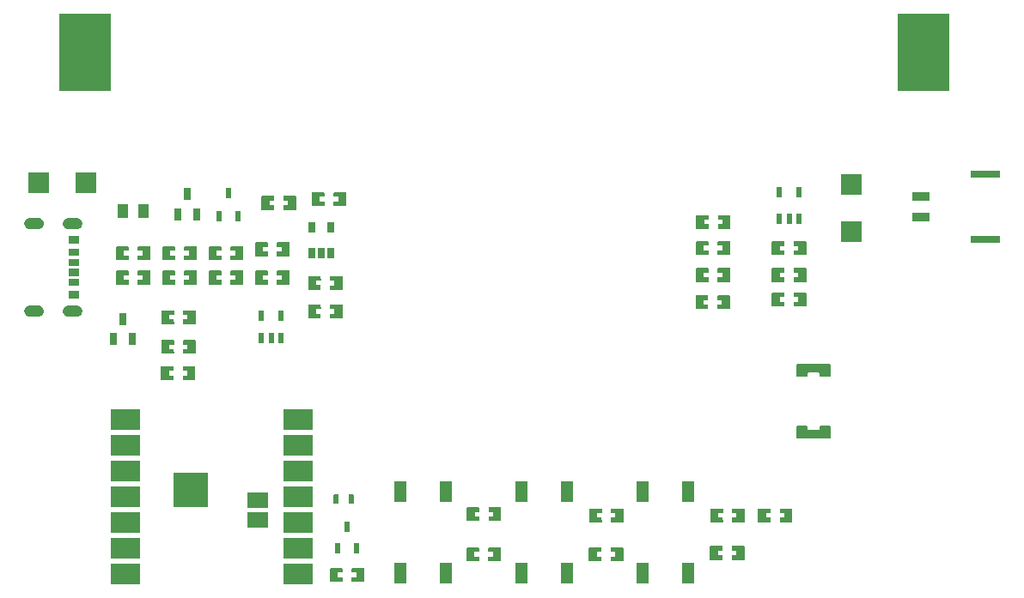
<source format=gtp>
G04 Layer: TopPasteMaskLayer*
G04 EasyEDA v6.5.47, 2024-10-14 09:34:27*
G04 ce67ab0569d04c388b7640da7ad94f30,699dadb93aee4be8b9b8ad6142c81684,10*
G04 Gerber Generator version 0.2*
G04 Scale: 100 percent, Rotated: No, Reflected: No *
G04 Dimensions in millimeters *
G04 leading zeros omitted , absolute positions ,4 integer and 5 decimal *
%FSLAX45Y45*%
%MOMM*%

%ADD10R,2.0000X2.0000*%
%ADD11R,3.0000X2.0000*%
%ADD12R,3.4999X3.4999*%
%ADD13R,2.0320X1.5240*%
%ADD14R,1.2000X2.0000*%
%ADD15R,1.7000X0.9000*%
%ADD16R,3.0000X0.8000*%
%ADD17R,5.0800X7.6200*%
%ADD18R,1.0000X1.3995*%
%ADD19R,0.7000X1.2500*%
%ADD20R,0.5320X1.0450*%
%ADD21R,0.7000X1.1000*%
%ADD22R,0.6000X1.0000*%
%ADD23R,0.6000X1.0700*%
%ADD24R,0.0173X1.0700*%

%LPD*%
G36*
X8054390Y2509418D02*
G01*
X8049412Y2504389D01*
X8049412Y2376424D01*
X8054390Y2371394D01*
X8169402Y2371394D01*
X8174380Y2376424D01*
X8173923Y2418384D01*
X8129879Y2418384D01*
X8129879Y2463393D01*
X8174888Y2463393D01*
X8174380Y2504389D01*
X8169402Y2509418D01*
G37*
G36*
X8269376Y2509418D02*
G01*
X8264398Y2504389D01*
X8264906Y2463393D01*
X8308898Y2463393D01*
X8308898Y2418384D01*
X8264398Y2418384D01*
X8264398Y2376424D01*
X8269376Y2371394D01*
X8384387Y2371394D01*
X8389416Y2376424D01*
X8389416Y2504389D01*
X8384387Y2509418D01*
G37*
G36*
X5184190Y2522118D02*
G01*
X5179212Y2517089D01*
X5179212Y2389124D01*
X5184190Y2384094D01*
X5299202Y2384094D01*
X5304180Y2389124D01*
X5303723Y2431084D01*
X5259679Y2431084D01*
X5259679Y2476093D01*
X5304688Y2476093D01*
X5304180Y2517089D01*
X5299202Y2522118D01*
G37*
G36*
X5399176Y2522118D02*
G01*
X5394198Y2517089D01*
X5394706Y2476093D01*
X5438698Y2476093D01*
X5438698Y2431084D01*
X5394198Y2431084D01*
X5394198Y2389124D01*
X5399176Y2384094D01*
X5514187Y2384094D01*
X5519216Y2389124D01*
X5519216Y2517089D01*
X5514187Y2522118D01*
G37*
G36*
X6390690Y2509418D02*
G01*
X6385712Y2504389D01*
X6385712Y2376424D01*
X6390690Y2371394D01*
X6505702Y2371394D01*
X6510680Y2376424D01*
X6510223Y2418384D01*
X6466179Y2418384D01*
X6466179Y2463393D01*
X6511188Y2463393D01*
X6510680Y2504389D01*
X6505702Y2509418D01*
G37*
G36*
X6605676Y2509418D02*
G01*
X6600698Y2504389D01*
X6601206Y2463393D01*
X6645198Y2463393D01*
X6645198Y2418384D01*
X6600698Y2418384D01*
X6600698Y2376424D01*
X6605676Y2371394D01*
X6720687Y2371394D01*
X6725716Y2376424D01*
X6725716Y2504389D01*
X6720687Y2509418D01*
G37*
G36*
X7584490Y2509418D02*
G01*
X7579512Y2504389D01*
X7579512Y2376424D01*
X7584490Y2371394D01*
X7699502Y2371394D01*
X7704480Y2376424D01*
X7704023Y2418384D01*
X7659979Y2418384D01*
X7659979Y2463393D01*
X7704988Y2463393D01*
X7704480Y2504389D01*
X7699502Y2509418D01*
G37*
G36*
X7799476Y2509418D02*
G01*
X7794498Y2504389D01*
X7795006Y2463393D01*
X7838998Y2463393D01*
X7838998Y2418384D01*
X7794498Y2418384D01*
X7794498Y2376424D01*
X7799476Y2371394D01*
X7914487Y2371394D01*
X7919516Y2376424D01*
X7919516Y2504389D01*
X7914487Y2509418D01*
G37*
G36*
X5396687Y2126386D02*
G01*
X5391708Y2121408D01*
X5392216Y2079396D01*
X5436209Y2079396D01*
X5436209Y2034387D01*
X5391200Y2034387D01*
X5391708Y1993392D01*
X5396687Y1988413D01*
X5511698Y1988413D01*
X5516727Y1993392D01*
X5516727Y2121408D01*
X5511698Y2126386D01*
G37*
G36*
X5181701Y2126386D02*
G01*
X5176723Y2121408D01*
X5176723Y1993392D01*
X5181701Y1988413D01*
X5296712Y1988413D01*
X5301691Y1993392D01*
X5301183Y2034387D01*
X5257190Y2034387D01*
X5257190Y2079396D01*
X5301691Y2079396D01*
X5301691Y2121408D01*
X5296712Y2126386D01*
G37*
G36*
X6603187Y2126386D02*
G01*
X6598208Y2121408D01*
X6598716Y2079396D01*
X6642709Y2079396D01*
X6642709Y2034387D01*
X6597700Y2034387D01*
X6598208Y1993392D01*
X6603187Y1988413D01*
X6718198Y1988413D01*
X6723227Y1993392D01*
X6723227Y2121408D01*
X6718198Y2126386D01*
G37*
G36*
X6388201Y2126386D02*
G01*
X6383223Y2121408D01*
X6383223Y1993392D01*
X6388201Y1988413D01*
X6503212Y1988413D01*
X6508191Y1993392D01*
X6507683Y2034387D01*
X6463690Y2034387D01*
X6463690Y2079396D01*
X6508191Y2079396D01*
X6508191Y2121408D01*
X6503212Y2126386D01*
G37*
G36*
X7796987Y2139086D02*
G01*
X7792008Y2134108D01*
X7792516Y2092096D01*
X7836509Y2092096D01*
X7836509Y2047087D01*
X7791500Y2047087D01*
X7792008Y2006092D01*
X7796987Y2001113D01*
X7911998Y2001113D01*
X7917027Y2006092D01*
X7917027Y2134108D01*
X7911998Y2139086D01*
G37*
G36*
X7582001Y2139086D02*
G01*
X7577023Y2134108D01*
X7577023Y2006092D01*
X7582001Y2001113D01*
X7697012Y2001113D01*
X7701991Y2006092D01*
X7701483Y2047087D01*
X7657490Y2047087D01*
X7657490Y2092096D01*
X7701991Y2092096D01*
X7701991Y2134108D01*
X7697012Y2139086D01*
G37*
G36*
X3657193Y5631586D02*
G01*
X3652215Y5626608D01*
X3652215Y5498592D01*
X3657193Y5493613D01*
X3772204Y5493613D01*
X3777183Y5498592D01*
X3776726Y5540603D01*
X3732682Y5540603D01*
X3732682Y5585612D01*
X3777691Y5585612D01*
X3777183Y5626608D01*
X3772204Y5631586D01*
G37*
G36*
X3873195Y5631586D02*
G01*
X3868216Y5626608D01*
X3868674Y5584596D01*
X3912717Y5584596D01*
X3912717Y5539587D01*
X3867708Y5539587D01*
X3868216Y5498592D01*
X3873195Y5493613D01*
X3988206Y5493613D01*
X3993184Y5498592D01*
X3993184Y5626608D01*
X3988206Y5631586D01*
G37*
G36*
X3621836Y4804308D02*
G01*
X3616807Y4799279D01*
X3616807Y4671263D01*
X3621836Y4666284D01*
X3736848Y4666284D01*
X3741826Y4671263D01*
X3741318Y4713274D01*
X3697325Y4713274D01*
X3697325Y4758283D01*
X3742334Y4758283D01*
X3741826Y4799279D01*
X3736848Y4804308D01*
G37*
G36*
X3837838Y4804308D02*
G01*
X3832809Y4799279D01*
X3833317Y4757267D01*
X3877310Y4757267D01*
X3877310Y4712309D01*
X3832301Y4712309D01*
X3832809Y4671314D01*
X3837838Y4666284D01*
X3952798Y4666284D01*
X3957828Y4671314D01*
X3957828Y4799279D01*
X3952798Y4804308D01*
G37*
G36*
X1727301Y5098186D02*
G01*
X1722272Y5093208D01*
X1722272Y4965192D01*
X1727301Y4960213D01*
X1842312Y4960213D01*
X1847291Y4965192D01*
X1846783Y5007203D01*
X1802790Y5007203D01*
X1802790Y5052212D01*
X1847799Y5052212D01*
X1847291Y5093208D01*
X1842312Y5098186D01*
G37*
G36*
X1942287Y5098186D02*
G01*
X1937308Y5093208D01*
X1937816Y5052212D01*
X1981809Y5052212D01*
X1981809Y5007203D01*
X1937308Y5007203D01*
X1937308Y4965192D01*
X1942287Y4960213D01*
X2057298Y4960213D01*
X2062276Y4965192D01*
X2062276Y5093208D01*
X2057298Y5098186D01*
G37*
G36*
X1727301Y4856886D02*
G01*
X1722272Y4851908D01*
X1722272Y4723892D01*
X1727301Y4718913D01*
X1842312Y4718913D01*
X1847291Y4723892D01*
X1846783Y4765903D01*
X1802790Y4765903D01*
X1802790Y4810912D01*
X1847799Y4810912D01*
X1847291Y4851908D01*
X1842312Y4856886D01*
G37*
G36*
X1942287Y4856886D02*
G01*
X1937308Y4851908D01*
X1937816Y4810912D01*
X1981809Y4810912D01*
X1981809Y4765903D01*
X1937308Y4765903D01*
X1937308Y4723892D01*
X1942287Y4718913D01*
X2057298Y4718913D01*
X2062276Y4723892D01*
X2062276Y4851908D01*
X2057298Y4856886D01*
G37*
G36*
X2641701Y5098186D02*
G01*
X2636672Y5093208D01*
X2636672Y4965192D01*
X2641701Y4960213D01*
X2756712Y4960213D01*
X2761691Y4965192D01*
X2761183Y5007203D01*
X2717190Y5007203D01*
X2717190Y5052212D01*
X2762199Y5052212D01*
X2761691Y5093208D01*
X2756712Y5098186D01*
G37*
G36*
X2856687Y5098186D02*
G01*
X2851708Y5093208D01*
X2852216Y5052212D01*
X2896209Y5052212D01*
X2896209Y5007203D01*
X2851708Y5007203D01*
X2851708Y4965192D01*
X2856687Y4960213D01*
X2971698Y4960213D01*
X2976676Y4965192D01*
X2976676Y5093208D01*
X2971698Y5098186D01*
G37*
G36*
X2641701Y4856886D02*
G01*
X2636672Y4851908D01*
X2636672Y4723892D01*
X2641701Y4718913D01*
X2756712Y4718913D01*
X2761691Y4723892D01*
X2761183Y4765903D01*
X2717190Y4765903D01*
X2717190Y4810912D01*
X2762199Y4810912D01*
X2761691Y4851908D01*
X2756712Y4856886D01*
G37*
G36*
X2856687Y4856886D02*
G01*
X2851708Y4851908D01*
X2852216Y4810912D01*
X2896209Y4810912D01*
X2896209Y4765903D01*
X2851708Y4765903D01*
X2851708Y4723892D01*
X2856687Y4718913D01*
X2971698Y4718913D01*
X2976676Y4723892D01*
X2976676Y4851908D01*
X2971698Y4856886D01*
G37*
G36*
X2184501Y4856886D02*
G01*
X2179472Y4851908D01*
X2179472Y4723892D01*
X2184501Y4718913D01*
X2299512Y4718913D01*
X2304491Y4723892D01*
X2303983Y4765903D01*
X2259990Y4765903D01*
X2259990Y4810912D01*
X2304999Y4810912D01*
X2304491Y4851908D01*
X2299512Y4856886D01*
G37*
G36*
X2399487Y4856886D02*
G01*
X2394508Y4851908D01*
X2395016Y4810912D01*
X2439009Y4810912D01*
X2439009Y4765903D01*
X2394508Y4765903D01*
X2394508Y4723892D01*
X2399487Y4718913D01*
X2514498Y4718913D01*
X2519476Y4723892D01*
X2519476Y4851908D01*
X2514498Y4856886D01*
G37*
G36*
X2184501Y5098186D02*
G01*
X2179472Y5093208D01*
X2179472Y4965192D01*
X2184501Y4960213D01*
X2299512Y4960213D01*
X2304491Y4965192D01*
X2303983Y5007203D01*
X2259990Y5007203D01*
X2259990Y5052212D01*
X2304999Y5052212D01*
X2304491Y5093208D01*
X2299512Y5098186D01*
G37*
G36*
X2399487Y5098186D02*
G01*
X2394508Y5093208D01*
X2395016Y5052212D01*
X2439009Y5052212D01*
X2439009Y5007203D01*
X2394508Y5007203D01*
X2394508Y4965192D01*
X2399487Y4960213D01*
X2514498Y4960213D01*
X2519476Y4965192D01*
X2519476Y5093208D01*
X2514498Y5098186D01*
G37*
G36*
X3835501Y1923186D02*
G01*
X3830472Y1918207D01*
X3830472Y1790192D01*
X3835501Y1785213D01*
X3950512Y1785213D01*
X3955491Y1790192D01*
X3954983Y1832203D01*
X3910990Y1832203D01*
X3910990Y1877212D01*
X3955999Y1877212D01*
X3955491Y1918207D01*
X3950512Y1923186D01*
G37*
G36*
X4050487Y1923186D02*
G01*
X4045508Y1918207D01*
X4046016Y1877212D01*
X4090009Y1877212D01*
X4090009Y1832203D01*
X4045508Y1832203D01*
X4045508Y1790192D01*
X4050487Y1785213D01*
X4165498Y1785213D01*
X4170476Y1790192D01*
X4170476Y1918207D01*
X4165498Y1923186D01*
G37*
G36*
X8406587Y5147716D02*
G01*
X8401608Y5142738D01*
X8402116Y5100726D01*
X8446109Y5100726D01*
X8446109Y5055717D01*
X8401100Y5055717D01*
X8401608Y5014722D01*
X8406587Y5009743D01*
X8521598Y5009743D01*
X8526627Y5014722D01*
X8526627Y5142738D01*
X8521598Y5147716D01*
G37*
G36*
X8191601Y5147716D02*
G01*
X8186623Y5142738D01*
X8186623Y5014722D01*
X8191601Y5009743D01*
X8306612Y5009743D01*
X8311591Y5014722D01*
X8311083Y5055717D01*
X8267090Y5055717D01*
X8267090Y5100726D01*
X8311591Y5100726D01*
X8311591Y5142738D01*
X8306612Y5147716D01*
G37*
G36*
X8191601Y4882286D02*
G01*
X8186572Y4877308D01*
X8186572Y4749292D01*
X8191601Y4744313D01*
X8306612Y4744313D01*
X8311591Y4749292D01*
X8311083Y4791303D01*
X8267090Y4791303D01*
X8267090Y4836312D01*
X8312099Y4836312D01*
X8311591Y4877308D01*
X8306612Y4882286D01*
G37*
G36*
X8406587Y4882286D02*
G01*
X8401608Y4877308D01*
X8402116Y4836312D01*
X8446109Y4836312D01*
X8446109Y4791303D01*
X8401608Y4791303D01*
X8401608Y4749292D01*
X8406587Y4744313D01*
X8521598Y4744313D01*
X8526576Y4749292D01*
X8526576Y4877308D01*
X8521598Y4882286D01*
G37*
G36*
X8191601Y4640986D02*
G01*
X8186572Y4636008D01*
X8186572Y4507992D01*
X8191601Y4503013D01*
X8306612Y4503013D01*
X8311591Y4507992D01*
X8311083Y4550003D01*
X8267090Y4550003D01*
X8267090Y4595012D01*
X8312099Y4595012D01*
X8311591Y4636008D01*
X8306612Y4640986D01*
G37*
G36*
X8406587Y4640986D02*
G01*
X8401608Y4636008D01*
X8402116Y4595012D01*
X8446109Y4595012D01*
X8446109Y4550003D01*
X8401608Y4550003D01*
X8401608Y4507992D01*
X8406587Y4503013D01*
X8521598Y4503013D01*
X8526576Y4507992D01*
X8526576Y4636008D01*
X8521598Y4640986D01*
G37*
G36*
X7442301Y4882286D02*
G01*
X7437272Y4877308D01*
X7437272Y4749292D01*
X7442301Y4744313D01*
X7557312Y4744313D01*
X7562291Y4749292D01*
X7561783Y4791303D01*
X7517790Y4791303D01*
X7517790Y4836312D01*
X7562799Y4836312D01*
X7562291Y4877308D01*
X7557312Y4882286D01*
G37*
G36*
X7657287Y4882286D02*
G01*
X7652308Y4877308D01*
X7652816Y4836312D01*
X7696809Y4836312D01*
X7696809Y4791303D01*
X7652308Y4791303D01*
X7652308Y4749292D01*
X7657287Y4744313D01*
X7772298Y4744313D01*
X7777276Y4749292D01*
X7777276Y4877308D01*
X7772298Y4882286D01*
G37*
G36*
X7442301Y5148986D02*
G01*
X7437272Y5144008D01*
X7437272Y5015992D01*
X7442301Y5011013D01*
X7557312Y5011013D01*
X7562291Y5015992D01*
X7561783Y5058003D01*
X7517790Y5058003D01*
X7517790Y5103012D01*
X7562799Y5103012D01*
X7562291Y5144008D01*
X7557312Y5148986D01*
G37*
G36*
X7657287Y5148986D02*
G01*
X7652308Y5144008D01*
X7652816Y5103012D01*
X7696809Y5103012D01*
X7696809Y5058003D01*
X7652308Y5058003D01*
X7652308Y5015992D01*
X7657287Y5011013D01*
X7772298Y5011013D01*
X7777276Y5015992D01*
X7777276Y5144008D01*
X7772298Y5148986D01*
G37*
G36*
X3377387Y5593486D02*
G01*
X3372408Y5588508D01*
X3372916Y5546496D01*
X3416909Y5546496D01*
X3416909Y5501487D01*
X3371900Y5501487D01*
X3372408Y5460492D01*
X3377387Y5455513D01*
X3492398Y5455513D01*
X3497427Y5460492D01*
X3497427Y5588508D01*
X3492398Y5593486D01*
G37*
G36*
X3162401Y5593486D02*
G01*
X3157423Y5588508D01*
X3157423Y5460492D01*
X3162401Y5455513D01*
X3277412Y5455513D01*
X3282391Y5460492D01*
X3281883Y5501487D01*
X3237890Y5501487D01*
X3237890Y5546496D01*
X3282391Y5546496D01*
X3282391Y5588508D01*
X3277412Y5593486D01*
G37*
G36*
X3098901Y5136286D02*
G01*
X3093872Y5131308D01*
X3093872Y5003292D01*
X3098901Y4998313D01*
X3213912Y4998313D01*
X3218891Y5003292D01*
X3218383Y5045303D01*
X3174390Y5045303D01*
X3174390Y5090312D01*
X3219399Y5090312D01*
X3218891Y5131308D01*
X3213912Y5136286D01*
G37*
G36*
X3313887Y5136286D02*
G01*
X3308908Y5131308D01*
X3309416Y5090312D01*
X3353409Y5090312D01*
X3353409Y5045303D01*
X3308908Y5045303D01*
X3308908Y5003292D01*
X3313887Y4998313D01*
X3428898Y4998313D01*
X3433876Y5003292D01*
X3433876Y5131308D01*
X3428898Y5136286D01*
G37*
G36*
X3098901Y4856886D02*
G01*
X3093872Y4851908D01*
X3093872Y4723892D01*
X3098901Y4718913D01*
X3213912Y4718913D01*
X3218891Y4723892D01*
X3218383Y4765903D01*
X3174390Y4765903D01*
X3174390Y4810912D01*
X3219399Y4810912D01*
X3218891Y4851908D01*
X3213912Y4856886D01*
G37*
G36*
X3313887Y4856886D02*
G01*
X3308908Y4851908D01*
X3309416Y4810912D01*
X3353409Y4810912D01*
X3353409Y4765903D01*
X3308908Y4765903D01*
X3308908Y4723892D01*
X3313887Y4718913D01*
X3428898Y4718913D01*
X3433876Y4723892D01*
X3433876Y4851908D01*
X3428898Y4856886D01*
G37*
G36*
X8435086Y3326180D02*
G01*
X8425078Y3316224D01*
X8425078Y3207969D01*
X8435086Y3197961D01*
X8760714Y3197961D01*
X8770721Y3207969D01*
X8770721Y3316224D01*
X8760714Y3326180D01*
X8666632Y3326180D01*
X8656675Y3316224D01*
X8656675Y3292601D01*
X8646668Y3282594D01*
X8549132Y3282594D01*
X8539124Y3292601D01*
X8539124Y3316224D01*
X8529167Y3326180D01*
G37*
G36*
X8435086Y3939438D02*
G01*
X8425078Y3929430D01*
X8425078Y3821176D01*
X8435086Y3811219D01*
X8529167Y3811219D01*
X8539124Y3821176D01*
X8539124Y3844798D01*
X8549132Y3854805D01*
X8646668Y3854805D01*
X8656675Y3844798D01*
X8656675Y3821176D01*
X8666632Y3811219D01*
X8760714Y3811219D01*
X8770721Y3821176D01*
X8770721Y3929430D01*
X8760714Y3939438D01*
G37*
G36*
X3621836Y4523079D02*
G01*
X3616807Y4518050D01*
X3616807Y4390085D01*
X3621836Y4385056D01*
X3736848Y4385056D01*
X3741826Y4390085D01*
X3741318Y4432046D01*
X3697325Y4432046D01*
X3697325Y4477054D01*
X3742334Y4477054D01*
X3741826Y4518050D01*
X3736848Y4523079D01*
G37*
G36*
X3837838Y4523079D02*
G01*
X3832809Y4518050D01*
X3833317Y4476089D01*
X3877310Y4476089D01*
X3877310Y4431080D01*
X3832301Y4431080D01*
X3832809Y4390085D01*
X3837838Y4385056D01*
X3952798Y4385056D01*
X3957828Y4390085D01*
X3957828Y4518050D01*
X3952798Y4523079D01*
G37*
G36*
X2174290Y4465218D02*
G01*
X2169312Y4460189D01*
X2169312Y4332224D01*
X2174290Y4327194D01*
X2289302Y4327194D01*
X2294280Y4332224D01*
X2293823Y4374184D01*
X2249779Y4374184D01*
X2249779Y4419193D01*
X2294788Y4419193D01*
X2294280Y4460189D01*
X2289302Y4465218D01*
G37*
G36*
X2389276Y4465218D02*
G01*
X2384298Y4460189D01*
X2384806Y4419193D01*
X2428798Y4419193D01*
X2428798Y4374184D01*
X2384298Y4374184D01*
X2384298Y4332224D01*
X2389276Y4327194D01*
X2504287Y4327194D01*
X2509316Y4332224D01*
X2509316Y4460189D01*
X2504287Y4465218D01*
G37*
G36*
X2174290Y4173118D02*
G01*
X2169312Y4168089D01*
X2169312Y4040124D01*
X2174290Y4035094D01*
X2289302Y4035094D01*
X2294280Y4040124D01*
X2293823Y4082084D01*
X2249779Y4082084D01*
X2249779Y4127093D01*
X2294788Y4127093D01*
X2294280Y4168089D01*
X2289302Y4173118D01*
G37*
G36*
X2389276Y4173118D02*
G01*
X2384298Y4168089D01*
X2384806Y4127093D01*
X2428798Y4127093D01*
X2428798Y4082084D01*
X2384298Y4082084D01*
X2384298Y4040124D01*
X2389276Y4035094D01*
X2504287Y4035094D01*
X2509316Y4040124D01*
X2509316Y4168089D01*
X2504287Y4173118D01*
G37*
G36*
X2384298Y3915105D02*
G01*
X2379319Y3910076D01*
X2379776Y3868115D01*
X2423820Y3868115D01*
X2423820Y3823106D01*
X2378811Y3823106D01*
X2379319Y3782110D01*
X2384298Y3777081D01*
X2499309Y3777081D01*
X2504287Y3782110D01*
X2504287Y3910076D01*
X2499309Y3915105D01*
G37*
G36*
X2169312Y3915105D02*
G01*
X2164283Y3910076D01*
X2164283Y3782110D01*
X2169312Y3777081D01*
X2284323Y3777081D01*
X2289302Y3782110D01*
X2288794Y3823106D01*
X2244801Y3823106D01*
X2244801Y3868115D01*
X2289302Y3868115D01*
X2289302Y3910076D01*
X2284323Y3915105D01*
G37*
G36*
X7444790Y5405018D02*
G01*
X7439812Y5399989D01*
X7439812Y5272024D01*
X7444790Y5266994D01*
X7559802Y5266994D01*
X7564780Y5272024D01*
X7564323Y5313984D01*
X7520279Y5313984D01*
X7520279Y5358993D01*
X7565288Y5358993D01*
X7564780Y5399989D01*
X7559802Y5405018D01*
G37*
G36*
X7659776Y5405018D02*
G01*
X7654798Y5399989D01*
X7655306Y5358993D01*
X7699298Y5358993D01*
X7699298Y5313984D01*
X7654798Y5313984D01*
X7654798Y5272024D01*
X7659776Y5266994D01*
X7774787Y5266994D01*
X7779816Y5272024D01*
X7779816Y5399989D01*
X7774787Y5405018D01*
G37*
G36*
X7654798Y4613605D02*
G01*
X7649819Y4608576D01*
X7650276Y4566615D01*
X7694320Y4566615D01*
X7694320Y4521606D01*
X7649311Y4521606D01*
X7649819Y4480610D01*
X7654798Y4475581D01*
X7769809Y4475581D01*
X7774787Y4480610D01*
X7774787Y4608576D01*
X7769809Y4613605D01*
G37*
G36*
X7439812Y4613605D02*
G01*
X7434783Y4608576D01*
X7434783Y4480610D01*
X7439812Y4475581D01*
X7554823Y4475581D01*
X7559802Y4480610D01*
X7559294Y4521606D01*
X7515301Y4521606D01*
X7515301Y4566615D01*
X7559802Y4566615D01*
X7559802Y4608576D01*
X7554823Y4613605D01*
G37*
G36*
X3871620Y2648508D02*
G01*
X3866591Y2643479D01*
X3866591Y2563520D01*
X3871620Y2558491D01*
X3914495Y2558491D01*
X3919575Y2563520D01*
X3919575Y2643479D01*
X3914495Y2648508D01*
G37*
G36*
X4019651Y2648508D02*
G01*
X4014622Y2643479D01*
X4014622Y2563520D01*
X4019651Y2558491D01*
X4062577Y2558491D01*
X4067657Y2563520D01*
X4067657Y2643479D01*
X4062577Y2648508D01*
G37*
G36*
X1257604Y5199481D02*
G01*
X1257604Y5119471D01*
X1357630Y5119471D01*
X1357630Y5199481D01*
G37*
G36*
X1257604Y5074513D02*
G01*
X1257604Y5004511D01*
X1357630Y5004511D01*
X1357630Y5074513D01*
G37*
G36*
X1257604Y4974488D02*
G01*
X1257604Y4904486D01*
X1357630Y4904486D01*
X1357630Y4974488D01*
G37*
G36*
X1257604Y4874514D02*
G01*
X1257604Y4804511D01*
X1357630Y4804511D01*
X1357630Y4874514D01*
G37*
G36*
X1257604Y4774488D02*
G01*
X1257604Y4704486D01*
X1357630Y4704486D01*
X1357630Y4774488D01*
G37*
G36*
X1257604Y4659528D02*
G01*
X1257604Y4579518D01*
X1357630Y4579518D01*
X1357630Y4659528D01*
G37*
G36*
X1255115Y5376468D02*
G01*
X1249629Y5376214D01*
X1244193Y5375402D01*
X1238910Y5374030D01*
X1233728Y5372150D01*
X1228801Y5369814D01*
X1224127Y5366918D01*
X1219758Y5363616D01*
X1215745Y5359908D01*
X1212088Y5355793D01*
X1208887Y5351322D01*
X1206144Y5346598D01*
X1203909Y5341569D01*
X1202182Y5336387D01*
X1200962Y5331053D01*
X1200251Y5325618D01*
X1200099Y5320131D01*
X1200556Y5314645D01*
X1201470Y5309260D01*
X1202994Y5303977D01*
X1204976Y5298846D01*
X1207465Y5293969D01*
X1210462Y5289397D01*
X1213866Y5285079D01*
X1217676Y5281168D01*
X1221892Y5277662D01*
X1226413Y5274564D01*
X1231239Y5271922D01*
X1236319Y5269788D01*
X1241552Y5268214D01*
X1246886Y5267096D01*
X1252372Y5266537D01*
X1335125Y5266486D01*
X1340561Y5266740D01*
X1345996Y5267604D01*
X1351330Y5268925D01*
X1356461Y5270804D01*
X1361389Y5273192D01*
X1366113Y5276037D01*
X1370482Y5279339D01*
X1374495Y5283098D01*
X1378102Y5287213D01*
X1381302Y5291632D01*
X1384046Y5296408D01*
X1386332Y5301386D01*
X1388059Y5306568D01*
X1389278Y5311952D01*
X1389938Y5317388D01*
X1390091Y5322874D01*
X1389684Y5328310D01*
X1388719Y5333746D01*
X1387246Y5339029D01*
X1385265Y5344109D01*
X1382725Y5348986D01*
X1379778Y5353608D01*
X1376324Y5357876D01*
X1372514Y5361787D01*
X1368298Y5365343D01*
X1363776Y5368442D01*
X1358950Y5371033D01*
X1353921Y5373166D01*
X1348689Y5374792D01*
X1343304Y5375859D01*
X1337868Y5376418D01*
G37*
G36*
X1255115Y4512513D02*
G01*
X1249629Y4512259D01*
X1244193Y4511395D01*
X1238910Y4510074D01*
X1233728Y4508195D01*
X1228801Y4505807D01*
X1224127Y4502962D01*
X1219758Y4499660D01*
X1215745Y4495901D01*
X1212088Y4491786D01*
X1208887Y4487367D01*
X1206144Y4482592D01*
X1203909Y4477613D01*
X1202182Y4472432D01*
X1200962Y4467047D01*
X1200251Y4461611D01*
X1200099Y4456125D01*
X1200556Y4450689D01*
X1201470Y4445254D01*
X1202994Y4439970D01*
X1204976Y4434890D01*
X1207465Y4430014D01*
X1210462Y4425391D01*
X1213866Y4421124D01*
X1217676Y4417212D01*
X1221892Y4413656D01*
X1226413Y4410557D01*
X1231239Y4407966D01*
X1236319Y4405833D01*
X1241552Y4404207D01*
X1246886Y4403140D01*
X1252372Y4402582D01*
X1335125Y4402531D01*
X1340561Y4402785D01*
X1345996Y4403598D01*
X1351330Y4404969D01*
X1356461Y4406849D01*
X1361389Y4409186D01*
X1366113Y4412081D01*
X1370482Y4415383D01*
X1374495Y4419092D01*
X1378102Y4423206D01*
X1381302Y4427677D01*
X1384046Y4432401D01*
X1386332Y4437430D01*
X1388059Y4442612D01*
X1389278Y4447946D01*
X1389938Y4453382D01*
X1390091Y4458868D01*
X1389684Y4464354D01*
X1388719Y4469739D01*
X1387246Y4475022D01*
X1385265Y4480153D01*
X1382725Y4485030D01*
X1379778Y4489602D01*
X1376324Y4493920D01*
X1372514Y4497832D01*
X1368298Y4501337D01*
X1363776Y4504436D01*
X1358950Y4507077D01*
X1353921Y4509211D01*
X1348689Y4510786D01*
X1343304Y4511903D01*
X1337868Y4512462D01*
G37*
G36*
X875080Y5376468D02*
G01*
X869645Y5376214D01*
X864209Y5375402D01*
X858875Y5374030D01*
X853744Y5372150D01*
X848817Y5369814D01*
X844092Y5366918D01*
X839724Y5363616D01*
X835710Y5359908D01*
X832103Y5355793D01*
X828903Y5351322D01*
X826160Y5346598D01*
X823874Y5341569D01*
X822147Y5336387D01*
X820928Y5331053D01*
X820267Y5325618D01*
X820115Y5320131D01*
X820521Y5314645D01*
X821486Y5309260D01*
X822960Y5303977D01*
X824941Y5298846D01*
X827481Y5293969D01*
X830427Y5289397D01*
X833882Y5285079D01*
X837692Y5281168D01*
X841908Y5277662D01*
X846429Y5274564D01*
X851255Y5271922D01*
X856284Y5269788D01*
X861517Y5268214D01*
X866902Y5267096D01*
X872337Y5266537D01*
X955090Y5266486D01*
X960577Y5266740D01*
X966012Y5267604D01*
X971296Y5268925D01*
X976477Y5270804D01*
X981405Y5273192D01*
X986078Y5276037D01*
X990447Y5279339D01*
X994460Y5283098D01*
X998118Y5287213D01*
X1001318Y5291632D01*
X1004062Y5296408D01*
X1006297Y5301386D01*
X1008024Y5306568D01*
X1009243Y5311952D01*
X1009954Y5317388D01*
X1010056Y5322874D01*
X1009650Y5328310D01*
X1008735Y5333746D01*
X1007211Y5339029D01*
X1005230Y5344109D01*
X1002741Y5348986D01*
X999744Y5353608D01*
X996340Y5357876D01*
X992530Y5361787D01*
X988314Y5365343D01*
X983792Y5368442D01*
X978966Y5371033D01*
X973886Y5373166D01*
X968654Y5374792D01*
X963320Y5375859D01*
X957834Y5376418D01*
G37*
G36*
X875080Y4512513D02*
G01*
X869645Y4512259D01*
X864209Y4511395D01*
X858875Y4510074D01*
X853744Y4508195D01*
X848817Y4505807D01*
X844092Y4502962D01*
X839724Y4499660D01*
X835710Y4495901D01*
X832103Y4491786D01*
X828903Y4487367D01*
X826160Y4482592D01*
X823874Y4477613D01*
X822147Y4472432D01*
X820928Y4467047D01*
X820267Y4461611D01*
X820115Y4456125D01*
X820521Y4450689D01*
X821486Y4445254D01*
X822960Y4439970D01*
X824941Y4434890D01*
X827481Y4430014D01*
X830427Y4425391D01*
X833882Y4421124D01*
X837692Y4417212D01*
X841908Y4413656D01*
X846429Y4410557D01*
X851255Y4407966D01*
X856284Y4405833D01*
X861517Y4404207D01*
X866902Y4403140D01*
X872337Y4402582D01*
X955090Y4402531D01*
X960577Y4402785D01*
X966012Y4403598D01*
X971296Y4404969D01*
X976477Y4406849D01*
X981405Y4409186D01*
X986078Y4412081D01*
X990447Y4415383D01*
X994460Y4419092D01*
X998118Y4423206D01*
X1001318Y4427677D01*
X1004062Y4432401D01*
X1006297Y4437430D01*
X1008024Y4442612D01*
X1009243Y4447946D01*
X1009954Y4453382D01*
X1010056Y4458868D01*
X1009650Y4464354D01*
X1008735Y4469739D01*
X1007211Y4475022D01*
X1005230Y4480153D01*
X1002741Y4485030D01*
X999744Y4489602D01*
X996340Y4493920D01*
X992530Y4497832D01*
X988314Y4501337D01*
X983792Y4504436D01*
X978966Y4507077D01*
X973886Y4509211D01*
X968654Y4510786D01*
X963320Y4511903D01*
X957834Y4512462D01*
G37*
D10*
G01*
X963803Y5727700D03*
G01*
X1423796Y5727700D03*
G01*
X8966327Y5703696D03*
G01*
X8966327Y5243703D03*
D11*
G01*
X3516985Y3390900D03*
G01*
X3516985Y3136900D03*
G01*
X3516985Y2882900D03*
G01*
X3516985Y2628900D03*
G01*
X3516985Y2374900D03*
G01*
X3516985Y2120900D03*
G01*
X3516985Y1866900D03*
G01*
X1817014Y3390900D03*
G01*
X1817014Y3136900D03*
G01*
X1817014Y2882900D03*
G01*
X1817014Y2628900D03*
G01*
X1817014Y2374900D03*
G01*
X1817014Y2120900D03*
G01*
X1817014Y1866900D03*
D12*
G01*
X2456992Y2688894D03*
D13*
G01*
X3116986Y2398903D03*
G01*
X3116986Y2588895D03*
D14*
G01*
X6912406Y1873300D03*
G01*
X7362393Y1873300D03*
G01*
X7362393Y2673299D03*
G01*
X6912406Y2673299D03*
G01*
X4524806Y1873300D03*
G01*
X4974793Y1873300D03*
G01*
X4974793Y2673299D03*
G01*
X4524806Y2673299D03*
G01*
X5718606Y1873300D03*
G01*
X6168593Y1873300D03*
G01*
X6168593Y2673299D03*
G01*
X5718606Y2673299D03*
D15*
G01*
X9652000Y5586399D03*
G01*
X9652000Y5386400D03*
D16*
G01*
X10287000Y5811393D03*
G01*
X10287000Y5161406D03*
D17*
G01*
X1418589Y7010400D03*
G01*
X9681209Y7010400D03*
D18*
G01*
X1787270Y5448300D03*
G01*
X1997329Y5448300D03*
D19*
G01*
X2330704Y5411800D03*
G01*
X2520695Y5411800D03*
G01*
X2425700Y5611799D03*
D20*
G01*
X2737104Y5397042D03*
G01*
X2927095Y5397042D03*
G01*
X2832100Y5626557D03*
D21*
G01*
X3651402Y5026787D03*
G01*
X3746398Y5026787D03*
G01*
X3841597Y5026787D03*
G01*
X3841597Y5285587D03*
G01*
X3651605Y5285587D03*
D22*
G01*
X3156204Y4415307D03*
G01*
X3346195Y4415307D03*
G01*
X3156204Y4195292D03*
G01*
X3346195Y4195292D03*
G01*
X3251200Y4195292D03*
D19*
G01*
X1695704Y4179900D03*
G01*
X1885695Y4179900D03*
G01*
X1790700Y4379899D03*
D22*
G01*
X8261604Y5629097D03*
G01*
X8451595Y5629097D03*
G01*
X8451595Y5369077D03*
G01*
X8356600Y5369077D03*
G01*
X8261604Y5369077D03*
D23*
G01*
X4000500Y2326004D03*
G01*
X4095495Y2118995D03*
G01*
X3905504Y2118995D03*
M02*

</source>
